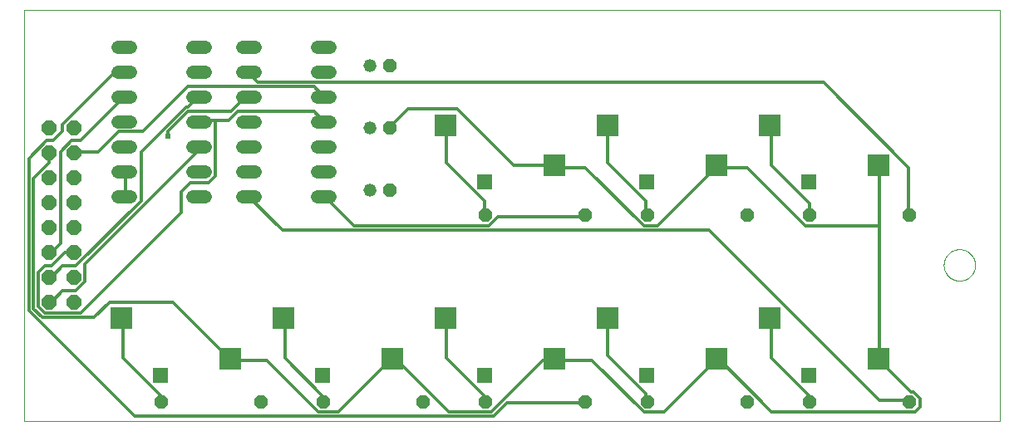
<source format=gbl>
G75*
%MOIN*%
%OFA0B0*%
%FSLAX25Y25*%
%IPPOS*%
%LPD*%
%AMOC8*
5,1,8,0,0,1.08239X$1,22.5*
%
%ADD10C,0.00000*%
%ADD11OC8,0.05200*%
%ADD12C,0.05200*%
%ADD13C,0.05200*%
%ADD14R,0.08858X0.08858*%
%ADD15R,0.05937X0.05937*%
%ADD16OC8,0.06000*%
%ADD17C,0.01200*%
%ADD18C,0.02400*%
D10*
X0001000Y0002875D02*
X0001000Y0167835D01*
X0392201Y0167835D01*
X0392201Y0002875D01*
X0001000Y0002875D01*
X0369701Y0065375D02*
X0369703Y0065533D01*
X0369709Y0065691D01*
X0369719Y0065849D01*
X0369733Y0066007D01*
X0369751Y0066164D01*
X0369772Y0066321D01*
X0369798Y0066477D01*
X0369828Y0066633D01*
X0369861Y0066788D01*
X0369899Y0066941D01*
X0369940Y0067094D01*
X0369985Y0067246D01*
X0370034Y0067397D01*
X0370087Y0067546D01*
X0370143Y0067694D01*
X0370203Y0067840D01*
X0370267Y0067985D01*
X0370335Y0068128D01*
X0370406Y0068270D01*
X0370480Y0068410D01*
X0370558Y0068547D01*
X0370640Y0068683D01*
X0370724Y0068817D01*
X0370813Y0068948D01*
X0370904Y0069077D01*
X0370999Y0069204D01*
X0371096Y0069329D01*
X0371197Y0069451D01*
X0371301Y0069570D01*
X0371408Y0069687D01*
X0371518Y0069801D01*
X0371631Y0069912D01*
X0371746Y0070021D01*
X0371864Y0070126D01*
X0371985Y0070228D01*
X0372108Y0070328D01*
X0372234Y0070424D01*
X0372362Y0070517D01*
X0372492Y0070607D01*
X0372625Y0070693D01*
X0372760Y0070777D01*
X0372896Y0070856D01*
X0373035Y0070933D01*
X0373176Y0071005D01*
X0373318Y0071075D01*
X0373462Y0071140D01*
X0373608Y0071202D01*
X0373755Y0071260D01*
X0373904Y0071315D01*
X0374054Y0071366D01*
X0374205Y0071413D01*
X0374357Y0071456D01*
X0374510Y0071495D01*
X0374665Y0071531D01*
X0374820Y0071562D01*
X0374976Y0071590D01*
X0375132Y0071614D01*
X0375289Y0071634D01*
X0375447Y0071650D01*
X0375604Y0071662D01*
X0375763Y0071670D01*
X0375921Y0071674D01*
X0376079Y0071674D01*
X0376237Y0071670D01*
X0376396Y0071662D01*
X0376553Y0071650D01*
X0376711Y0071634D01*
X0376868Y0071614D01*
X0377024Y0071590D01*
X0377180Y0071562D01*
X0377335Y0071531D01*
X0377490Y0071495D01*
X0377643Y0071456D01*
X0377795Y0071413D01*
X0377946Y0071366D01*
X0378096Y0071315D01*
X0378245Y0071260D01*
X0378392Y0071202D01*
X0378538Y0071140D01*
X0378682Y0071075D01*
X0378824Y0071005D01*
X0378965Y0070933D01*
X0379104Y0070856D01*
X0379240Y0070777D01*
X0379375Y0070693D01*
X0379508Y0070607D01*
X0379638Y0070517D01*
X0379766Y0070424D01*
X0379892Y0070328D01*
X0380015Y0070228D01*
X0380136Y0070126D01*
X0380254Y0070021D01*
X0380369Y0069912D01*
X0380482Y0069801D01*
X0380592Y0069687D01*
X0380699Y0069570D01*
X0380803Y0069451D01*
X0380904Y0069329D01*
X0381001Y0069204D01*
X0381096Y0069077D01*
X0381187Y0068948D01*
X0381276Y0068817D01*
X0381360Y0068683D01*
X0381442Y0068547D01*
X0381520Y0068410D01*
X0381594Y0068270D01*
X0381665Y0068128D01*
X0381733Y0067985D01*
X0381797Y0067840D01*
X0381857Y0067694D01*
X0381913Y0067546D01*
X0381966Y0067397D01*
X0382015Y0067246D01*
X0382060Y0067094D01*
X0382101Y0066941D01*
X0382139Y0066788D01*
X0382172Y0066633D01*
X0382202Y0066477D01*
X0382228Y0066321D01*
X0382249Y0066164D01*
X0382267Y0066007D01*
X0382281Y0065849D01*
X0382291Y0065691D01*
X0382297Y0065533D01*
X0382299Y0065375D01*
X0382297Y0065217D01*
X0382291Y0065059D01*
X0382281Y0064901D01*
X0382267Y0064743D01*
X0382249Y0064586D01*
X0382228Y0064429D01*
X0382202Y0064273D01*
X0382172Y0064117D01*
X0382139Y0063962D01*
X0382101Y0063809D01*
X0382060Y0063656D01*
X0382015Y0063504D01*
X0381966Y0063353D01*
X0381913Y0063204D01*
X0381857Y0063056D01*
X0381797Y0062910D01*
X0381733Y0062765D01*
X0381665Y0062622D01*
X0381594Y0062480D01*
X0381520Y0062340D01*
X0381442Y0062203D01*
X0381360Y0062067D01*
X0381276Y0061933D01*
X0381187Y0061802D01*
X0381096Y0061673D01*
X0381001Y0061546D01*
X0380904Y0061421D01*
X0380803Y0061299D01*
X0380699Y0061180D01*
X0380592Y0061063D01*
X0380482Y0060949D01*
X0380369Y0060838D01*
X0380254Y0060729D01*
X0380136Y0060624D01*
X0380015Y0060522D01*
X0379892Y0060422D01*
X0379766Y0060326D01*
X0379638Y0060233D01*
X0379508Y0060143D01*
X0379375Y0060057D01*
X0379240Y0059973D01*
X0379104Y0059894D01*
X0378965Y0059817D01*
X0378824Y0059745D01*
X0378682Y0059675D01*
X0378538Y0059610D01*
X0378392Y0059548D01*
X0378245Y0059490D01*
X0378096Y0059435D01*
X0377946Y0059384D01*
X0377795Y0059337D01*
X0377643Y0059294D01*
X0377490Y0059255D01*
X0377335Y0059219D01*
X0377180Y0059188D01*
X0377024Y0059160D01*
X0376868Y0059136D01*
X0376711Y0059116D01*
X0376553Y0059100D01*
X0376396Y0059088D01*
X0376237Y0059080D01*
X0376079Y0059076D01*
X0375921Y0059076D01*
X0375763Y0059080D01*
X0375604Y0059088D01*
X0375447Y0059100D01*
X0375289Y0059116D01*
X0375132Y0059136D01*
X0374976Y0059160D01*
X0374820Y0059188D01*
X0374665Y0059219D01*
X0374510Y0059255D01*
X0374357Y0059294D01*
X0374205Y0059337D01*
X0374054Y0059384D01*
X0373904Y0059435D01*
X0373755Y0059490D01*
X0373608Y0059548D01*
X0373462Y0059610D01*
X0373318Y0059675D01*
X0373176Y0059745D01*
X0373035Y0059817D01*
X0372896Y0059894D01*
X0372760Y0059973D01*
X0372625Y0060057D01*
X0372492Y0060143D01*
X0372362Y0060233D01*
X0372234Y0060326D01*
X0372108Y0060422D01*
X0371985Y0060522D01*
X0371864Y0060624D01*
X0371746Y0060729D01*
X0371631Y0060838D01*
X0371518Y0060949D01*
X0371408Y0061063D01*
X0371301Y0061180D01*
X0371197Y0061299D01*
X0371096Y0061421D01*
X0370999Y0061546D01*
X0370904Y0061673D01*
X0370813Y0061802D01*
X0370724Y0061933D01*
X0370640Y0062067D01*
X0370558Y0062203D01*
X0370480Y0062340D01*
X0370406Y0062480D01*
X0370335Y0062622D01*
X0370267Y0062765D01*
X0370203Y0062910D01*
X0370143Y0063056D01*
X0370087Y0063204D01*
X0370034Y0063353D01*
X0369985Y0063504D01*
X0369940Y0063656D01*
X0369899Y0063809D01*
X0369861Y0063962D01*
X0369828Y0064117D01*
X0369798Y0064273D01*
X0369772Y0064429D01*
X0369751Y0064586D01*
X0369733Y0064743D01*
X0369719Y0064901D01*
X0369709Y0065059D01*
X0369703Y0065217D01*
X0369701Y0065375D01*
D11*
X0356000Y0085375D03*
X0316000Y0085375D03*
X0291000Y0085375D03*
X0251000Y0085375D03*
X0226000Y0085375D03*
X0186000Y0085375D03*
X0147500Y0095375D03*
X0147500Y0120375D03*
X0147500Y0145375D03*
X0161000Y0010375D03*
X0186000Y0010375D03*
X0226000Y0010375D03*
X0251000Y0010375D03*
X0291000Y0010375D03*
X0316000Y0010375D03*
X0356000Y0010375D03*
X0121000Y0010375D03*
X0096000Y0010375D03*
X0056000Y0010375D03*
D12*
X0139500Y0095375D03*
X0139500Y0120375D03*
X0139500Y0145375D03*
D13*
X0123600Y0142875D02*
X0118400Y0142875D01*
X0118400Y0152875D02*
X0123600Y0152875D01*
X0093600Y0152875D02*
X0088400Y0152875D01*
X0073600Y0152875D02*
X0068400Y0152875D01*
X0068400Y0142875D02*
X0073600Y0142875D01*
X0088400Y0142875D02*
X0093600Y0142875D01*
X0093600Y0132875D02*
X0088400Y0132875D01*
X0073600Y0132875D02*
X0068400Y0132875D01*
X0068400Y0122875D02*
X0073600Y0122875D01*
X0088400Y0122875D02*
X0093600Y0122875D01*
X0093600Y0112875D02*
X0088400Y0112875D01*
X0073600Y0112875D02*
X0068400Y0112875D01*
X0068400Y0102875D02*
X0073600Y0102875D01*
X0088400Y0102875D02*
X0093600Y0102875D01*
X0093600Y0092875D02*
X0088400Y0092875D01*
X0073600Y0092875D02*
X0068400Y0092875D01*
X0043600Y0092875D02*
X0038400Y0092875D01*
X0038400Y0102875D02*
X0043600Y0102875D01*
X0043600Y0112875D02*
X0038400Y0112875D01*
X0038400Y0122875D02*
X0043600Y0122875D01*
X0043600Y0132875D02*
X0038400Y0132875D01*
X0038400Y0142875D02*
X0043600Y0142875D01*
X0043600Y0152875D02*
X0038400Y0152875D01*
X0118400Y0132875D02*
X0123600Y0132875D01*
X0123600Y0122875D02*
X0118400Y0122875D01*
X0118400Y0112875D02*
X0123600Y0112875D01*
X0123600Y0102875D02*
X0118400Y0102875D01*
X0118400Y0092875D02*
X0123600Y0092875D01*
D14*
X0169996Y0121556D03*
X0213500Y0105375D03*
X0234996Y0121556D03*
X0278500Y0105375D03*
X0299996Y0121556D03*
X0343500Y0105375D03*
X0299996Y0044056D03*
X0278500Y0027875D03*
X0234996Y0044056D03*
X0213500Y0027875D03*
X0169996Y0044056D03*
X0148500Y0027875D03*
X0104996Y0044056D03*
X0083500Y0027875D03*
X0039996Y0044056D03*
X0343500Y0027875D03*
D15*
X0315665Y0021142D03*
X0250665Y0021142D03*
X0185665Y0021142D03*
X0120665Y0021142D03*
X0055665Y0021142D03*
X0185665Y0098642D03*
X0250665Y0098642D03*
X0315665Y0098642D03*
D16*
X0021000Y0100375D03*
X0011000Y0100375D03*
X0011000Y0110375D03*
X0021000Y0110375D03*
X0021000Y0120375D03*
X0011000Y0120375D03*
X0011000Y0090375D03*
X0021000Y0090375D03*
X0021000Y0080375D03*
X0011000Y0080375D03*
X0011000Y0070375D03*
X0021000Y0070375D03*
X0021000Y0060375D03*
X0011000Y0060375D03*
X0011000Y0050375D03*
X0021000Y0050375D03*
D17*
X0023500Y0046075D02*
X0064000Y0086575D01*
X0064000Y0094675D01*
X0067600Y0098275D01*
X0074800Y0098275D01*
X0077500Y0100975D01*
X0077500Y0123475D01*
X0071200Y0123475D01*
X0071000Y0122875D01*
X0077500Y0123475D02*
X0082900Y0123475D01*
X0086500Y0127075D01*
X0117100Y0127075D01*
X0120700Y0123475D01*
X0121000Y0122875D01*
X0121000Y0132875D02*
X0120700Y0133375D01*
X0117100Y0136975D01*
X0066700Y0136975D01*
X0048700Y0118975D01*
X0038800Y0118975D01*
X0030700Y0110875D01*
X0021700Y0110875D01*
X0021000Y0110375D01*
X0019900Y0115375D02*
X0015400Y0110875D01*
X0015400Y0073975D01*
X0011800Y0070375D01*
X0011000Y0070375D01*
X0011800Y0064975D02*
X0017200Y0070375D01*
X0021000Y0070375D01*
X0025300Y0065875D02*
X0025300Y0058675D01*
X0021700Y0055075D01*
X0016300Y0055075D01*
X0011800Y0050575D01*
X0011000Y0050375D01*
X0009100Y0046075D02*
X0006400Y0048775D01*
X0006400Y0062275D01*
X0009100Y0064975D01*
X0011800Y0064975D01*
X0011800Y0060475D02*
X0016300Y0064975D01*
X0021700Y0064975D01*
X0047800Y0091075D01*
X0047800Y0110875D01*
X0065800Y0128875D01*
X0066700Y0128875D01*
X0070300Y0132475D01*
X0066700Y0127075D02*
X0083800Y0127075D01*
X0089200Y0132475D01*
X0091000Y0132475D01*
X0091000Y0132875D01*
X0094600Y0138775D02*
X0091000Y0142375D01*
X0091000Y0142875D01*
X0094600Y0138775D02*
X0321400Y0138775D01*
X0355600Y0104575D01*
X0355600Y0085675D01*
X0356000Y0085375D01*
X0343900Y0081175D02*
X0314200Y0081175D01*
X0290800Y0104575D01*
X0279100Y0104575D01*
X0278500Y0105375D01*
X0278200Y0104575D01*
X0254800Y0081175D01*
X0249400Y0081175D01*
X0226000Y0104575D01*
X0214300Y0104575D01*
X0213500Y0105375D01*
X0213400Y0105475D01*
X0197200Y0105475D01*
X0174700Y0127975D01*
X0154900Y0127975D01*
X0147700Y0120775D01*
X0147500Y0120375D01*
X0169996Y0121556D02*
X0170200Y0120775D01*
X0170200Y0106375D01*
X0185500Y0091075D01*
X0185500Y0085675D01*
X0186000Y0085375D01*
X0187300Y0081175D02*
X0190900Y0084775D01*
X0226000Y0084775D01*
X0226000Y0085375D01*
X0235000Y0106375D02*
X0250300Y0091075D01*
X0250300Y0085675D01*
X0251000Y0085375D01*
X0275500Y0079375D02*
X0104500Y0079375D01*
X0091000Y0092875D01*
X0121000Y0092875D02*
X0121600Y0092875D01*
X0133300Y0081175D01*
X0187300Y0081175D01*
X0235000Y0106375D02*
X0235000Y0120775D01*
X0234996Y0121556D01*
X0299996Y0121556D02*
X0300700Y0120775D01*
X0300700Y0105475D01*
X0316000Y0090175D01*
X0316000Y0085375D01*
X0343900Y0081175D02*
X0343900Y0028075D01*
X0343500Y0027875D01*
X0343900Y0027175D01*
X0356500Y0014575D01*
X0357400Y0014575D01*
X0360100Y0011875D01*
X0360100Y0008275D01*
X0358300Y0006475D01*
X0300700Y0006475D01*
X0279100Y0028075D01*
X0278500Y0027875D01*
X0278200Y0027175D01*
X0257500Y0006475D01*
X0249400Y0006475D01*
X0228700Y0027175D01*
X0214300Y0027175D01*
X0213500Y0027875D01*
X0213400Y0027175D01*
X0208900Y0027175D01*
X0188200Y0006475D01*
X0171100Y0006475D01*
X0150400Y0027175D01*
X0148600Y0027175D01*
X0148500Y0027875D01*
X0147700Y0027175D01*
X0127000Y0006475D01*
X0118900Y0006475D01*
X0098200Y0027175D01*
X0083800Y0027175D01*
X0083500Y0027875D01*
X0082900Y0028075D01*
X0060400Y0050575D01*
X0035200Y0050575D01*
X0028900Y0044275D01*
X0008200Y0044275D01*
X0004600Y0047875D01*
X0004600Y0100075D01*
X0010900Y0106375D01*
X0010900Y0109975D01*
X0011000Y0110375D01*
X0010000Y0115375D02*
X0002800Y0108175D01*
X0002800Y0046975D01*
X0045100Y0004675D01*
X0189100Y0004675D01*
X0194500Y0010075D01*
X0226000Y0010075D01*
X0226000Y0010375D01*
X0235000Y0028975D02*
X0250300Y0013675D01*
X0250300Y0010975D01*
X0251000Y0010375D01*
X0235000Y0028975D02*
X0235000Y0043375D01*
X0234996Y0044056D01*
X0185500Y0012775D02*
X0170200Y0028075D01*
X0170200Y0043375D01*
X0169996Y0044056D01*
X0120700Y0012775D02*
X0105400Y0028075D01*
X0105400Y0043375D01*
X0104996Y0044056D01*
X0055900Y0012775D02*
X0040600Y0028075D01*
X0040600Y0043375D01*
X0039996Y0044056D01*
X0023500Y0046075D02*
X0009100Y0046075D01*
X0011000Y0060375D02*
X0011800Y0060475D01*
X0025300Y0065875D02*
X0070300Y0110875D01*
X0070300Y0112675D01*
X0058600Y0117175D02*
X0058600Y0118975D01*
X0066700Y0127075D01*
X0041000Y0132875D02*
X0023500Y0115375D01*
X0019900Y0115375D01*
X0016300Y0118975D02*
X0016300Y0121675D01*
X0037000Y0142375D01*
X0040600Y0142375D01*
X0041000Y0142875D01*
X0016300Y0118975D02*
X0012700Y0115375D01*
X0010000Y0115375D01*
X0041000Y0102875D02*
X0041500Y0102775D01*
X0041500Y0092875D01*
X0041000Y0092875D01*
X0055900Y0012775D02*
X0055900Y0010975D01*
X0056000Y0010375D01*
X0120700Y0010975D02*
X0121000Y0010375D01*
X0120700Y0010975D02*
X0120700Y0012775D01*
X0185500Y0012775D02*
X0185500Y0010975D01*
X0186000Y0010375D01*
X0300700Y0028075D02*
X0300700Y0043375D01*
X0299996Y0044056D01*
X0300700Y0028075D02*
X0316000Y0012775D01*
X0316000Y0010375D01*
X0343900Y0010975D02*
X0275500Y0079375D01*
X0343900Y0081175D02*
X0343900Y0104575D01*
X0343500Y0105375D01*
X0343900Y0010975D02*
X0355600Y0010975D01*
X0356000Y0010375D01*
D18*
X0058600Y0117175D03*
M02*

</source>
